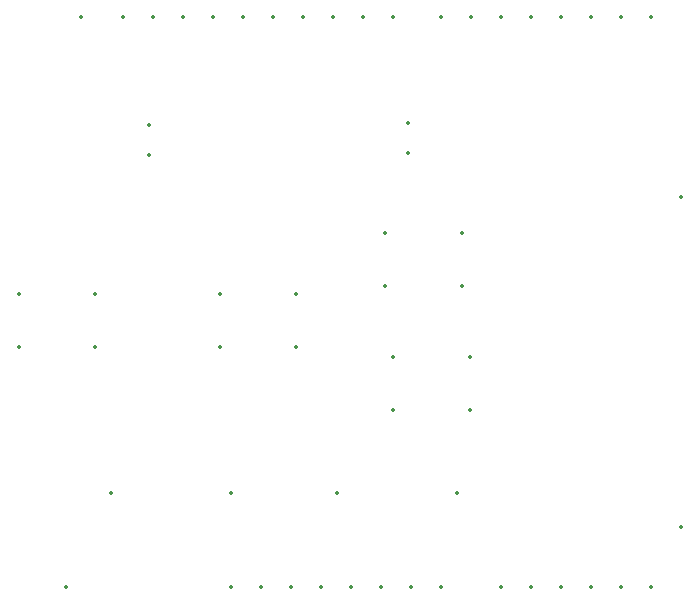
<source format=gbr>
%TF.GenerationSoftware,KiCad,Pcbnew,8.0.0*%
%TF.CreationDate,2024-03-19T17:26:08-04:00*%
%TF.ProjectId,1_arduino_project,315f6172-6475-4696-9e6f-5f70726f6a65,rev?*%
%TF.SameCoordinates,Original*%
%TF.FileFunction,Legend,Bot*%
%TF.FilePolarity,Positive*%
%FSLAX46Y46*%
G04 Gerber Fmt 4.6, Leading zero omitted, Abs format (unit mm)*
G04 Created by KiCad (PCBNEW 8.0.0) date 2024-03-19 17:26:08*
%MOMM*%
%LPD*%
G01*
G04 APERTURE LIST*
%ADD10C,0.350000*%
G04 APERTURE END LIST*
D10*
X127940000Y-97460000D03*
X130480000Y-97460000D03*
X133020000Y-97460000D03*
X135560000Y-97460000D03*
X138100000Y-97460000D03*
X140640000Y-97460000D03*
X143180000Y-97460000D03*
X145720000Y-97460000D03*
X150800000Y-97460000D03*
X153340000Y-97460000D03*
X155880000Y-97460000D03*
X158420000Y-97460000D03*
X160960000Y-97460000D03*
X163500000Y-97460000D03*
X118796000Y-49200000D03*
X121336000Y-49200000D03*
X123876000Y-49200000D03*
X126416000Y-49200000D03*
X128956000Y-49200000D03*
X131496000Y-49200000D03*
X134036000Y-49200000D03*
X136576000Y-49200000D03*
X139116000Y-49200000D03*
X141656000Y-49200000D03*
X145720000Y-49200000D03*
X148260000Y-49200000D03*
X150800000Y-49200000D03*
X153340000Y-49200000D03*
X155880000Y-49200000D03*
X158420000Y-49200000D03*
X160960000Y-49200000D03*
X163500000Y-49200000D03*
X136920000Y-89500000D03*
X147080000Y-89500000D03*
X128000000Y-89500000D03*
X117840000Y-89500000D03*
X110000000Y-72650000D03*
X116500000Y-72650000D03*
X116500000Y-77150000D03*
X110000000Y-77150000D03*
X143000000Y-60775000D03*
X143000000Y-58235000D03*
X115240000Y-49200000D03*
X141000000Y-67500000D03*
X147500000Y-67500000D03*
X147500000Y-72000000D03*
X141000000Y-72000000D03*
X121000000Y-60925000D03*
X121000000Y-58385000D03*
X127000000Y-72650000D03*
X133500000Y-72650000D03*
X133500000Y-77150000D03*
X127000000Y-77150000D03*
X141725000Y-78000000D03*
X148225000Y-78000000D03*
X148225000Y-82500000D03*
X141725000Y-82500000D03*
X113970000Y-97460000D03*
X166040000Y-64440000D03*
X166040000Y-92380000D03*
M02*

</source>
